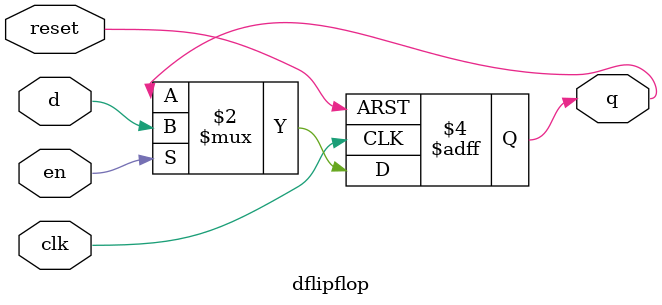
<source format=v>
module dflipflop(
    input wire d,
    input wire clk,
    input wire en,
    input wire reset,
    output reg q
);

    always @(posedge clk or posedge reset) begin
        if (reset)
            q <= 1'b0; // Reset the output to 0
        else if (en)begin
          
        
        q <= d;
        end
    end

endmodule
</source>
